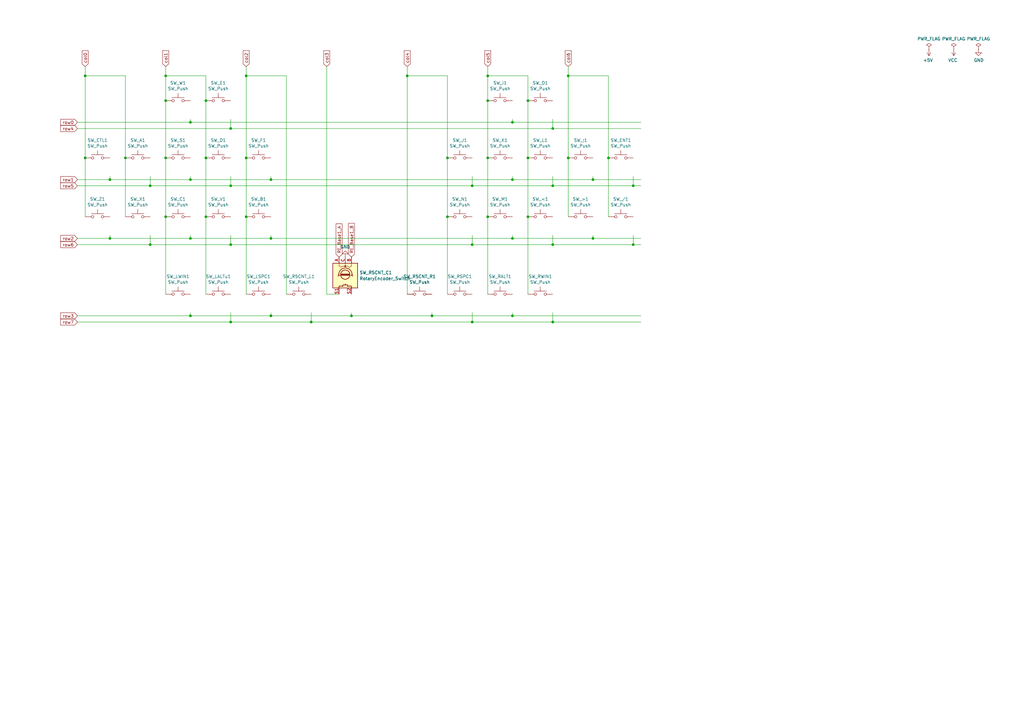
<source format=kicad_sch>
(kicad_sch (version 20231120) (generator "eeschema") (generator_version "8.0")
  (paper "A3")
  (title_block (title "Sandy") (date "2023-01-04") (rev "v.0") (company "@jpskenn"))
  (lib_symbols
    (symbol "Device:RotaryEncoder_Switch" (pin_names (offset 0.254) hide)
      (property "Reference" "SW" (at 0 6.604 0))
      (property "Value" "RotaryEncoder_Switch" (at 0 -6.604 0))
      (symbol "RotaryEncoder_Switch_0_1"
        (rectangle (start -5.08 5.08) (end 5.08 -5.08) (stroke (width 0.254)) (fill (type background)))
        (circle (center -3.81 0) (radius 0.254) (fill (type outline)))
        (circle (center -0.381 0) (radius 1.905) (stroke (width 0.254)))
        (arc (start -0.381 2.667) (mid -3.0988 -0.0635) (end -0.381 -2.794) (stroke (width 0.254)))
        (polyline (pts (xy -0.635 -1.778) (xy -0.635 1.778)) (stroke (width 0.254)))
        (polyline (pts (xy -0.381 -1.778) (xy -0.381 1.778)) (stroke (width 0.254)))
        (polyline (pts (xy -0.127 1.778) (xy -0.127 -1.778)) (stroke (width 0.254)))
        (polyline (pts (xy 3.81 0) (xy 3.429 0)) (stroke (width 0.254)))
        (polyline (pts (xy 3.81 1.016) (xy 3.81 -1.016)) (stroke (width 0.254)))
        (polyline (pts (xy -5.08 -2.54) (xy -3.81 -2.54) (xy -3.81 -2.032)))
        (polyline (pts (xy -5.08 2.54) (xy -3.81 2.54) (xy -3.81 2.032)))
        (polyline (pts (xy 0.254 -3.048) (xy -0.508 -2.794) (xy 0.127 -2.413)) (stroke (width 0.254)))
        (polyline (pts (xy 0.254 2.921) (xy -0.508 2.667) (xy 0.127 2.286)) (stroke (width 0.254)))
        (polyline (pts (xy 5.08 -2.54) (xy 4.318 -2.54) (xy 4.318 -1.016)) (stroke (width 0.254)))
        (polyline (pts (xy 5.08 2.54) (xy 4.318 2.54) (xy 4.318 1.016)) (stroke (width 0.254)))
        (polyline (pts (xy -5.08 0) (xy -3.81 0) (xy -3.81 -1.016) (xy -3.302 -2.032)))
        (polyline (pts (xy -4.318 0) (xy -3.81 0) (xy -3.81 1.016) (xy -3.302 2.032)))
        (circle (center 4.318 -1.016) (radius 0.127) (stroke (width 0.254)))
        (circle (center 4.318 1.016) (radius 0.127) (stroke (width 0.254)))
      )
      (symbol "RotaryEncoder_Switch_1_1"
        (pin passive line (at -7.62 2.54 0) (length 2.54) (name "A") (number "A"))
        (pin passive line (at -7.62 -2.54 0) (length 2.54) (name "B") (number "B"))
        (pin passive line (at -7.62 0 0) (length 2.54) (name "C") (number "C"))
        (pin passive line (at 7.62 2.54 180) (length 2.54) (name "S1") (number "S1"))
        (pin passive line (at 7.62 -2.54 180) (length 2.54) (name "S2") (number "S2"))
      )
    )
    (symbol "GND_4" (power) (pin_numbers hide) (pin_names (offset 0) hide)
      (property "Value" "GND" (at 0 -3.81 0))
      (symbol "GND_4_0_1"
        (polyline (pts (xy 0 0) (xy 0 -1.27) (xy 1.27 -1.27) (xy 0 -2.54) (xy -1.27 -1.27) (xy 0 -1.27)))
      )
      (symbol "GND_4_1_1"
        (pin power_in line (at 0 0 270) (length 0) (name "~") (number "1"))
      )
    )
    (symbol "Switch:SW_Push" (pin_numbers hide) (pin_names (offset 1.016) hide)
      (property "Reference" "SW" (at 1.27 2.54 0))
      (property "Value" "SW_Push" (at 0 -1.524 0))
      (symbol "SW_Push_0_1"
        (circle (center -2.032 0) (radius 0.508))
        (polyline (pts (xy 0 1.27) (xy 0 3.048)))
        (polyline (pts (xy 2.54 1.27) (xy -2.54 1.27)))
        (circle (center 2.032 0) (radius 0.508))
        (pin passive line (at -5.08 0 0) (length 2.54) (name "1") (number "1"))
        (pin passive line (at 5.08 0 180) (length 2.54) (name "2") (number "2"))
      )
    )
    (symbol "power:+5V" (power) (pin_names (offset 0))
      (property "Value" "+5V" (at 0 3.556 0))
      (symbol "+5V_0_1"
        (polyline (pts (xy -0.762 1.27) (xy 0 2.54)))
        (polyline (pts (xy 0 0) (xy 0 2.54)))
        (polyline (pts (xy 0 2.54) (xy 0.762 1.27)))
      )
      (symbol "+5V_1_1"
        (pin power_in line (at 0 0 90) (length 0) hide (name "+5V") (number "1"))
      )
    )
    (symbol "power:GND" (power) (pin_names (offset 0))
      (property "Value" "GND" (at 0 -3.81 0))
      (symbol "GND_0_1"
        (polyline (pts (xy 0 0) (xy 0 -1.27) (xy 1.27 -1.27) (xy 0 -2.54) (xy -1.27 -1.27) (xy 0 -1.27)))
      )
      (symbol "GND_1_1"
        (pin power_in line (at 0 0 270) (length 0) hide (name "GND") (number "1"))
      )
    )
    (symbol "power:PWR_FLAG" (power) (pin_numbers hide) (pin_names (offset 0) hide)
      (property "Value" "PWR_FLAG" (at 0 3.81 0))
      (symbol "PWR_FLAG_0_0"
        (pin power_out line (at 0 0 90) (length 0) (name "pwr") (number "1"))
      )
      (symbol "PWR_FLAG_0_1"
        (polyline (pts (xy 0 0) (xy 0 1.27) (xy -1.016 1.905) (xy 0 2.54) (xy 1.016 1.905) (xy 0 1.27)))
      )
    )
    (symbol "power:VCC" (power) (pin_names (offset 0))
      (property "Value" "VCC" (at 0 3.81 0))
      (symbol "VCC_0_1"
        (polyline (pts (xy -0.762 1.27) (xy 0 2.54)))
        (polyline (pts (xy 0 0) (xy 0 2.54)))
        (polyline (pts (xy 0 2.54) (xy 0.762 1.27)))
      )
      (symbol "VCC_1_1"
        (pin power_in line (at 0 0 90) (length 0) hide (name "VCC") (number "1"))
      )
    )
  )
  (bus_alias "def-a" (members "row0" "row5" "col0" "col1"))
  (junction (at 243.205 73.66))
  (junction (at 249.555 64.77))
  (junction (at 200.025 31.115))
  (junction (at 100.965 88.9))
  (junction (at 51.435 64.77))
  (junction (at 94.615 132.08))
  (junction (at 210.185 50.165))
  (junction (at 67.945 41.275))
  (junction (at 183.515 64.77))
  (junction (at 78.105 50.165))
  (junction (at 210.185 73.66))
  (junction (at 226.695 76.2))
  (junction (at 111.125 129.54))
  (junction (at 167.005 31.115))
  (junction (at 111.125 73.66))
  (junction (at 193.675 100.33))
  (junction (at 200.025 64.77))
  (junction (at 45.085 97.79))
  (junction (at 233.045 64.77))
  (junction (at 226.695 132.08))
  (junction (at 61.595 100.33))
  (junction (at 259.715 76.2))
  (junction (at 193.675 76.2))
  (junction (at 84.455 88.9))
  (junction (at 216.535 64.77))
  (junction (at 259.715 100.33))
  (junction (at 111.125 97.79))
  (junction (at 94.615 100.33))
  (junction (at 67.945 88.9))
  (junction (at 226.695 100.33))
  (junction (at 127.635 132.08))
  (junction (at 216.535 41.275))
  (junction (at 84.455 64.77))
  (junction (at 210.185 97.79))
  (junction (at 210.185 129.54))
  (junction (at 34.925 31.115))
  (junction (at 183.515 88.9))
  (junction (at 144.145 129.54))
  (junction (at 84.455 41.275))
  (junction (at 67.945 64.77))
  (junction (at 233.045 31.115))
  (junction (at 226.695 52.705))
  (junction (at 193.675 132.08))
  (junction (at 216.535 88.9))
  (junction (at 177.165 129.54))
  (junction (at 78.105 97.79))
  (junction (at 61.595 76.2))
  (junction (at 67.945 31.115))
  (junction (at 94.615 52.705))
  (junction (at 78.105 129.54))
  (junction (at 100.965 64.77))
  (junction (at 100.965 31.115))
  (junction (at 34.925 64.77))
  (junction (at 78.105 73.66))
  (junction (at 45.085 73.66))
  (junction (at 94.615 76.2))
  (junction (at 243.205 97.79))
  (junction (at 200.025 88.9))
  (junction (at 200.025 41.275))
  (wire (pts (xy 183.515 31.115) (xy 183.515 64.77)))
  (wire (pts (xy 233.045 27.305) (xy 233.045 31.115)))
  (wire (pts (xy 84.455 31.115) (xy 67.945 31.115)))
  (wire (pts (xy 111.125 73.66) (xy 210.185 73.66)))
  (wire (pts (xy 233.045 64.77) (xy 233.045 88.9)))
  (wire (pts (xy 210.185 73.66) (xy 243.205 73.66)))
  (wire (pts (xy 226.695 52.705) (xy 262.89 52.705)))
  (wire (pts (xy 45.085 72.39) (xy 45.085 73.66)))
  (wire (pts (xy 111.125 72.39) (xy 111.125 73.66)))
  (wire (pts (xy 61.595 96.52) (xy 61.595 100.33)))
  (wire (pts (xy 67.945 31.115) (xy 67.945 41.275)))
  (wire (pts (xy 226.695 100.33) (xy 259.715 100.33)))
  (wire (pts (xy 249.555 31.115) (xy 233.045 31.115)))
  (wire (pts (xy 111.125 96.52) (xy 111.125 97.79)))
  (wire (pts (xy 167.005 31.115) (xy 167.005 120.65)))
  (wire (pts (xy 84.455 64.77) (xy 84.455 88.9)))
  (wire (pts (xy 249.555 64.77) (xy 249.555 88.9)))
  (wire (pts (xy 133.985 120.65) (xy 139.065 120.65)))
  (wire (pts (xy 31.75 76.2) (xy 61.595 76.2)))
  (wire (pts (xy 84.455 88.9) (xy 84.455 120.65)))
  (wire (pts (xy 193.675 72.39) (xy 193.675 76.2)))
  (wire (pts (xy 31.75 100.33) (xy 61.595 100.33)))
  (wire (pts (xy 31.75 52.705) (xy 94.615 52.705)))
  (wire (pts (xy 94.615 76.2) (xy 193.675 76.2)))
  (wire (pts (xy 94.615 128.27) (xy 94.615 132.08)))
  (wire (pts (xy 51.435 64.77) (xy 51.435 88.9)))
  (wire (pts (xy 31.75 97.79) (xy 45.085 97.79)))
  (wire (pts (xy 94.615 72.39) (xy 94.615 76.2)))
  (wire (pts (xy 31.75 50.165) (xy 78.105 50.165)))
  (wire (pts (xy 100.965 27.305) (xy 100.965 31.115)))
  (wire (pts (xy 45.085 96.52) (xy 45.085 97.79)))
  (wire (pts (xy 243.205 73.66) (xy 262.89 73.66)))
  (wire (pts (xy 133.985 27.305) (xy 133.985 120.65)))
  (wire (pts (xy 61.595 76.2) (xy 94.615 76.2)))
  (wire (pts (xy 94.615 132.08) (xy 127.635 132.08)))
  (wire (pts (xy 200.025 41.275) (xy 200.025 64.77)))
  (wire (pts (xy 94.615 48.895) (xy 94.615 52.705)))
  (wire (pts (xy 78.105 129.54) (xy 111.125 129.54)))
  (wire (pts (xy 226.695 72.39) (xy 226.695 76.2)))
  (wire (pts (xy 193.675 132.08) (xy 193.675 128.27)))
  (wire (pts (xy 78.105 50.165) (xy 210.185 50.165)))
  (wire (pts (xy 243.205 72.39) (xy 243.205 73.66)))
  (wire (pts (xy 226.695 132.08) (xy 262.89 132.08)))
  (wire (pts (xy 67.945 41.275) (xy 67.945 64.77)))
  (wire (pts (xy 183.515 88.9) (xy 183.515 120.65)))
  (wire (pts (xy 249.555 31.115) (xy 249.555 64.77)))
  (wire (pts (xy 193.675 76.2) (xy 226.695 76.2)))
  (wire (pts (xy 100.965 64.77) (xy 100.965 88.9)))
  (wire (pts (xy 45.085 97.79) (xy 78.105 97.79)))
  (wire (pts (xy 78.105 96.52) (xy 78.105 97.79)))
  (wire (pts (xy 200.025 31.115) (xy 200.025 41.275)))
  (wire (pts (xy 216.535 88.9) (xy 216.535 120.65)))
  (wire (pts (xy 127.635 132.08) (xy 193.675 132.08)))
  (wire (pts (xy 94.615 96.52) (xy 94.615 100.33)))
  (wire (pts (xy 243.205 97.79) (xy 262.89 97.79)))
  (wire (pts (xy 262.89 100.33) (xy 259.715 100.33)))
  (wire (pts (xy 111.125 97.79) (xy 210.185 97.79)))
  (wire (pts (xy 183.515 64.77) (xy 183.515 88.9)))
  (wire (pts (xy 259.715 96.52) (xy 259.715 100.33)))
  (wire (pts (xy 34.925 27.305) (xy 34.925 31.115)))
  (wire (pts (xy 117.475 31.115) (xy 117.475 120.65)))
  (wire (pts (xy 259.715 72.39) (xy 259.715 76.2)))
  (wire (pts (xy 111.125 129.54) (xy 144.145 129.54)))
  (wire (pts (xy 31.75 129.54) (xy 78.105 129.54)))
  (wire (pts (xy 61.595 100.33) (xy 94.615 100.33)))
  (wire (pts (xy 45.085 73.66) (xy 78.105 73.66)))
  (wire (pts (xy 127.635 128.27) (xy 127.635 132.08)))
  (wire (pts (xy 78.105 72.39) (xy 78.105 73.66)))
  (wire (pts (xy 167.005 27.305) (xy 167.005 31.115)))
  (wire (pts (xy 226.695 48.895) (xy 226.695 52.705)))
  (wire (pts (xy 193.675 100.33) (xy 226.695 100.33)))
  (wire (pts (xy 144.145 128.27) (xy 144.145 129.54)))
  (wire (pts (xy 117.475 31.115) (xy 100.965 31.115)))
  (wire (pts (xy 31.75 132.08) (xy 94.615 132.08)))
  (wire (pts (xy 200.025 27.305) (xy 200.025 31.115)))
  (wire (pts (xy 210.185 128.27) (xy 210.185 129.54)))
  (wire (pts (xy 226.695 76.2) (xy 259.715 76.2)))
  (wire (pts (xy 94.615 52.705) (xy 226.695 52.705)))
  (wire (pts (xy 78.105 97.79) (xy 111.125 97.79)))
  (wire (pts (xy 210.185 48.895) (xy 210.185 50.165)))
  (wire (pts (xy 193.675 132.08) (xy 226.695 132.08)))
  (wire (pts (xy 210.185 96.52) (xy 210.185 97.79)))
  (wire (pts (xy 233.045 31.115) (xy 233.045 64.77)))
  (wire (pts (xy 183.515 31.115) (xy 167.005 31.115)))
  (wire (pts (xy 210.185 97.79) (xy 243.205 97.79)))
  (wire (pts (xy 216.535 31.115) (xy 216.535 41.275)))
  (wire (pts (xy 34.925 64.77) (xy 34.925 88.9)))
  (wire (pts (xy 226.695 128.27) (xy 226.695 132.08)))
  (wire (pts (xy 78.105 73.66) (xy 111.125 73.66)))
  (wire (pts (xy 144.145 129.54) (xy 177.165 129.54)))
  (wire (pts (xy 78.105 128.27) (xy 78.105 129.54)))
  (wire (pts (xy 78.105 48.895) (xy 78.105 50.165)))
  (wire (pts (xy 177.165 128.27) (xy 177.165 129.54)))
  (wire (pts (xy 100.965 31.115) (xy 100.965 64.77)))
  (wire (pts (xy 67.945 27.305) (xy 67.945 31.115)))
  (wire (pts (xy 67.945 64.77) (xy 67.945 88.9)))
  (wire (pts (xy 34.925 31.115) (xy 34.925 64.77)))
  (wire (pts (xy 177.165 129.54) (xy 210.185 129.54)))
  (wire (pts (xy 200.025 64.77) (xy 200.025 88.9)))
  (wire (pts (xy 34.925 31.115) (xy 51.435 31.115)))
  (wire (pts (xy 216.535 31.115) (xy 200.025 31.115)))
  (wire (pts (xy 210.185 72.39) (xy 210.185 73.66)))
  (wire (pts (xy 67.945 88.9) (xy 67.945 120.65)))
  (wire (pts (xy 84.455 41.275) (xy 84.455 64.77)))
  (wire (pts (xy 259.715 76.2) (xy 262.89 76.2)))
  (wire (pts (xy 31.75 73.66) (xy 45.085 73.66)))
  (wire (pts (xy 100.965 88.9) (xy 100.965 120.65)))
  (wire (pts (xy 210.185 129.54) (xy 262.89 129.54)))
  (wire (pts (xy 61.595 72.39) (xy 61.595 76.2)))
  (wire (pts (xy 94.615 100.33) (xy 193.675 100.33)))
  (wire (pts (xy 200.025 88.9) (xy 200.025 120.65)))
  (wire (pts (xy 216.535 41.275) (xy 216.535 64.77)))
  (wire (pts (xy 51.435 31.115) (xy 51.435 64.77)))
  (wire (pts (xy 243.205 96.52) (xy 243.205 97.79)))
  (wire (pts (xy 210.185 50.165) (xy 262.89 50.165)))
  (wire (pts (xy 216.535 64.77) (xy 216.535 88.9)))
  (wire (pts (xy 111.125 128.27) (xy 111.125 129.54)))
  (wire (pts (xy 193.675 96.52) (xy 193.675 100.33)))
  (wire (pts (xy 226.695 96.52) (xy 226.695 100.33)))
  (wire (pts (xy 84.455 31.115) (xy 84.455 41.275)))
  (global_label "row3" (shape input) (at 31.75 129.54 180) (property "Intersheetrefs" "${INTERSHEET_REFS}" (effects (hide yes))) (property "シート間のリファレンス" "${INTERSHEET_REFS}" (effects (hide yes))))
  (global_label "col1" (shape input) (at 67.945 27.305 90) (property "Intersheetrefs" "${INTERSHEET_REFS}" (effects (hide yes))) (property "シート間のリファレンス" "${INTERSHEET_REFS}" (effects (hide yes))))
  (global_label "RE_Base1_B" (shape input) (at 144.145 105.41 90) (property "Intersheetrefs" "${INTERSHEET_REFS}" (effects (hide yes))) (property "シート間のリファレンス" "${INTERSHEET_REFS}" (effects (hide yes))))
  (global_label "col5" (shape input) (at 200.025 27.305 90) (property "Intersheetrefs" "${INTERSHEET_REFS}" (effects (hide yes))) (property "シート間のリファレンス" "${INTERSHEET_REFS}" (effects (hide yes))))
  (global_label "row1" (shape input) (at 31.75 73.66 180) (property "Intersheetrefs" "${INTERSHEET_REFS}" (effects (hide yes))) (property "シート間のリファレンス" "${INTERSHEET_REFS}" (effects (hide yes))))
  (global_label "col4" (shape input) (at 167.005 27.305 90) (property "Intersheetrefs" "${INTERSHEET_REFS}" (effects (hide yes))) (property "シート間のリファレンス" "${INTERSHEET_REFS}" (effects (hide yes))))
  (global_label "col2" (shape input) (at 100.965 27.305 90) (property "Intersheetrefs" "${INTERSHEET_REFS}" (effects (hide yes))) (property "シート間のリファレンス" "${INTERSHEET_REFS}" (effects (hide yes))))
  (global_label "row2" (shape input) (at 31.75 97.79 180) (property "Intersheetrefs" "${INTERSHEET_REFS}" (effects (hide yes))) (property "シート間のリファレンス" "${INTERSHEET_REFS}" (effects (hide yes))))
  (global_label "row6" (shape input) (at 31.75 100.33 180) (property "Intersheetrefs" "${INTERSHEET_REFS}" (effects (hide yes))) (property "シート間のリファレンス" "${INTERSHEET_REFS}" (effects (hide yes))))
  (global_label "RE_Base1_A" (shape input) (at 139.065 105.41 90) (property "Intersheetrefs" "${INTERSHEET_REFS}" (effects (hide yes))) (property "シート間のリファレンス" "${INTERSHEET_REFS}" (effects (hide yes))))
  (global_label "row0" (shape input) (at 31.75 50.165 180) (property "Intersheetrefs" "${INTERSHEET_REFS}" (effects (hide yes))) (property "シート間のリファレンス" "${INTERSHEET_REFS}" (effects (hide yes))))
  (global_label "row7" (shape input) (at 31.75 132.08 180) (property "Intersheetrefs" "${INTERSHEET_REFS}" (effects (hide yes))) (property "シート間のリファレンス" "${INTERSHEET_REFS}" (effects (hide yes))))
  (global_label "col0" (shape input) (at 34.925 27.305 90) (property "Intersheetrefs" "${INTERSHEET_REFS}" (effects (hide yes))) (property "シート間のリファレンス" "${INTERSHEET_REFS}" (effects (hide yes))))
  (global_label "row5" (shape input) (at 31.75 76.2 180) (property "Intersheetrefs" "${INTERSHEET_REFS}" (effects (hide yes))) (property "シート間のリファレンス" "${INTERSHEET_REFS}" (effects (hide yes))))
  (global_label "col3" (shape input) (at 133.985 27.305 90) (property "Intersheetrefs" "${INTERSHEET_REFS}" (effects (hide yes))) (property "シート間のリファレンス" "${INTERSHEET_REFS}" (effects (hide yes))))
  (global_label "col6" (shape input) (at 233.045 27.305 90) (property "Intersheetrefs" "${INTERSHEET_REFS}" (effects (hide yes))) (property "シート間のリファレンス" "${INTERSHEET_REFS}" (effects (hide yes))))
  (global_label "row4" (shape input) (at 31.75 52.705 180) (property "Intersheetrefs" "${INTERSHEET_REFS}" (effects (hide yes))) (property "シート間のリファレンス" "${INTERSHEET_REFS}" (effects (hide yes))))
  (symbol (lib_id "power:PWR_FLAG") (at 381 20.32 0) (unit 1)
    (property "Reference" "#FLG02" (effects (hide yes)))
    (property "Value" "PWR_FLAG" (at 381 15.9258 0))
  )
  (symbol (lib_id "power:+5V") (at 381 20.32 180) (unit 1)
    (property "Reference" "#PWR018" (effects (hide yes)))
    (property "Value" "+5V" (at 380.619 24.7142 0))
  )
  (symbol (lib_id "power:PWR_FLAG") (at 401.32 20.32 0) (unit 1)
    (property "Reference" "#FLG03" (effects (hide yes)))
    (property "Value" "PWR_FLAG" (at 401.32 15.9258 0))
  )
  (symbol (lib_id "power:GND") (at 401.32 20.32 0) (unit 1)
    (property "Reference" "#PWR019" (effects (hide yes)))
    (property "Value" "GND" (at 401.447 24.7142 0))
  )
  (symbol (lib_id "power:VCC") (at 391.16 20.32 180) (unit 1)
    (property "Reference" "#PWR016" (effects (hide yes)))
    (property "Value" "VCC" (at 390.779 24.7142 0))
  )
  (symbol (lib_id "power:PWR_FLAG") (at 391.16 20.32 0) (unit 1)
    (property "Reference" "#FLG01" (effects (hide yes)))
    (property "Value" "PWR_FLAG" (at 391.16 15.9258 0))
  )
  (symbol (lib_id "Switch:SW_Push") (at 106.045 120.65 0) (unit 1)
    (property "Reference" "SW_LSPC1" (at 106.045 113.411 0))
    (property "Value" "SW_Push" (at 106.045 115.7224 0))
    (property "Footprint" "locallib:MX-Switch-Hole-with-narrow-frame" (effects (hide yes)))
  )
  (symbol (lib_id "Switch:SW_Push") (at 89.535 64.77 0) (unit 1)
    (property "Reference" "SW_D1" (at 89.535 57.531 0))
    (property "Value" "SW_Push" (at 89.535 59.8424 0))
    (property "Footprint" "locallib:MX-Switch-Hole-with-narrow-frame" (effects (hide yes)))
  )
  (symbol (lib_id "Switch:SW_Push") (at 188.595 88.9 0) (unit 1)
    (property "Reference" "SW_N1" (at 188.595 81.661 0))
    (property "Value" "SW_Push" (at 188.595 83.9724 0))
    (property "Footprint" "locallib:MX-Switch-Hole-with-narrow-frame" (effects (hide yes)))
  )
  (symbol (lib_id "Switch:SW_Push") (at 205.105 88.9 0) (unit 1)
    (property "Reference" "SW_M1" (at 205.105 81.661 0))
    (property "Value" "SW_Push" (at 205.105 83.9724 0))
    (property "Footprint" "locallib:MX-Switch-Hole-with-narrow-frame" (effects (hide yes)))
  )
  (symbol (lib_id "Switch:SW_Push") (at 56.515 64.77 0) (unit 1)
    (property "Reference" "SW_A1" (at 56.515 57.531 0))
    (property "Value" "SW_Push" (at 56.515 59.8424 0))
    (property "Footprint" "locallib:MX-Switch-Hole-with-narrow-frame" (effects (hide yes)))
  )
  (symbol (lib_id "Switch:SW_Push") (at 106.045 64.77 0) (unit 1)
    (property "Reference" "SW_F1" (at 106.045 57.531 0))
    (property "Value" "SW_Push" (at 106.045 59.8424 0))
    (property "Footprint" "locallib:MX-Switch-Hole-with-narrow-frame" (effects (hide yes)))
  )
  (symbol (lib_id "Switch:SW_Push") (at 89.535 88.9 0) (unit 1)
    (property "Reference" "SW_V1" (at 89.535 81.661 0))
    (property "Value" "SW_Push" (at 89.535 83.9724 0))
    (property "Footprint" "locallib:MX-Switch-Hole-with-narrow-frame" (effects (hide yes)))
  )
  (symbol (lib_id "Switch:SW_Push") (at 40.005 88.9 0) (unit 1)
    (property "Reference" "SW_Z1" (at 40.005 81.661 0))
    (property "Value" "SW_Push" (at 40.005 83.9724 0))
    (property "Footprint" "locallib:MX-Switch-Hole-with-narrow-frame" (effects (hide yes)))
  )
  (symbol (lib_id "Switch:SW_Push") (at 188.595 64.77 0) (unit 1)
    (property "Reference" "SW_J1" (at 188.595 57.531 0))
    (property "Value" "SW_Push" (at 188.595 59.8424 0))
    (property "Footprint" "locallib:MX-Switch-Hole-with-narrow-frame" (effects (hide yes)))
  )
  (symbol (lib_id "Switch:SW_Push") (at 188.595 120.65 0) (unit 1)
    (property "Reference" "SW_RSPC1" (at 188.595 113.411 0))
    (property "Value" "SW_Push" (at 188.595 115.7224 0))
    (property "Footprint" "locallib:MX-Switch-Hole-with-narrow-frame" (effects (hide yes)))
  )
  (symbol (lib_id "Switch:SW_Push") (at 40.005 64.77 0) (unit 1)
    (property "Reference" "SW_CTL1" (at 40.005 57.531 0))
    (property "Value" "SW_Push" (at 40.005 59.8424 0))
    (property "Footprint" "locallib:MX-Switch-Hole-with-narrow-frame" (effects (hide yes)))
  )
  (symbol (lib_id "Switch:SW_Push") (at 221.615 88.9 0) (unit 1)
    (property "Reference" "SW_<1" (at 221.615 81.661 0))
    (property "Value" "SW_Push" (at 221.615 83.9724 0))
    (property "Footprint" "locallib:MX-Switch-Hole-with-narrow-frame" (effects (hide yes)))
  )
  (symbol (lib_id "Switch:SW_Push") (at 73.025 88.9 0) (unit 1)
    (property "Reference" "SW_C1" (at 73.025 81.661 0))
    (property "Value" "SW_Push" (at 73.025 83.9724 0))
    (property "Footprint" "locallib:MX-Switch-Hole-with-narrow-frame" (effects (hide yes)))
  )
  (symbol (lib_id "Switch:SW_Push") (at 205.105 120.65 0) (unit 1)
    (property "Reference" "SW_RALT1" (at 205.105 113.411 0))
    (property "Value" "SW_Push" (at 205.105 115.7224 0))
    (property "Footprint" "locallib:MX-Switch-Hole-with-narrow-frame" (effects (hide yes)))
  )
  (symbol (lib_id "Switch:SW_Push") (at 221.615 64.77 0) (unit 1)
    (property "Reference" "SW_L1" (at 221.615 57.531 0))
    (property "Value" "SW_Push" (at 221.615 59.8424 0))
    (property "Footprint" "locallib:MX-Switch-Hole-with-narrow-frame" (effects (hide yes)))
  )
  (symbol (lib_id "Switch:SW_Push") (at 238.125 88.9 0) (unit 1)
    (property "Reference" "SW_>1" (at 238.125 81.661 0))
    (property "Value" "SW_Push" (at 238.125 83.9724 0))
    (property "Footprint" "locallib:MX-Switch-Hole-with-narrow-frame" (effects (hide yes)))
  )
  (symbol (lib_id "Switch:SW_Push") (at 238.125 64.77 0) (unit 1)
    (property "Reference" "SW_;1" (at 238.125 57.531 0))
    (property "Value" "SW_Push" (at 238.125 59.8424 0))
    (property "Footprint" "locallib:MX-Switch-Hole-with-narrow-frame" (effects (hide yes)))
  )
  (symbol (lib_id "Switch:SW_Push") (at 73.025 120.65 0) (unit 1)
    (property "Reference" "SW_LWIN1" (at 73.025 113.411 0))
    (property "Value" "SW_Push" (at 73.025 115.7224 0))
    (property "Footprint" "locallib:MX-Switch-Hole-with-narrow-frame" (effects (hide yes)))
  )
  (symbol (lib_id "Switch:SW_Push") (at 106.045 88.9 0) (unit 1)
    (property "Reference" "SW_B1" (at 106.045 81.661 0))
    (property "Value" "SW_Push" (at 106.045 83.9724 0))
    (property "Footprint" "locallib:MX-Switch-Hole-with-narrow-frame" (effects (hide yes)))
  )
  (symbol (lib_id "Switch:SW_Push") (at 172.085 120.65 0) (unit 1)
    (property "Reference" "SW_R5CNT_R1" (at 172.085 113.411 0))
    (property "Value" "SW_Push" (at 172.085 115.7224 0))
    (property "Footprint" "locallib:MX-Switch-Hole-with-narrow-frame" (effects (hide yes)))
  )
  (symbol (lib_name "GND_4") (lib_id "power:GND") (at 141.605 105.41 180) (unit 1)
    (property "Reference" "#PWR01" (effects (hide yes)))
    (property "Value" "GND" (at 141.605 101.2769 0))
    (property "Description" "Power symbol creates a global label with name \"GND\" , ground" (effects (hide yes)))
  )
  (symbol (lib_id "Switch:SW_Push") (at 89.535 41.275 0) (unit 1)
    (property "Reference" "SW_E1" (at 89.535 34.036 0))
    (property "Value" "SW_Push" (at 89.535 36.3474 0))
    (property "Footprint" "locallib:MX-Switch-Hole-with-narrow-frame" (effects (hide yes)))
  )
  (symbol (lib_id "Switch:SW_Push") (at 221.615 120.65 0) (unit 1)
    (property "Reference" "SW_RWIN1" (at 221.615 113.411 0))
    (property "Value" "SW_Push" (at 221.615 115.7224 0))
    (property "Footprint" "locallib:MX-Switch-Hole-with-narrow-frame" (effects (hide yes)))
  )
  (symbol (lib_id "Switch:SW_Push") (at 122.555 120.65 0) (unit 1)
    (property "Reference" "SW_R5CNT_L1" (at 122.555 113.411 0))
    (property "Value" "SW_Push" (at 122.555 115.7224 0))
    (property "Footprint" "locallib:MX-Switch-Hole-with-narrow-frame" (effects (hide yes)))
  )
  (symbol (lib_id "Switch:SW_Push") (at 221.615 41.275 0) (unit 1)
    (property "Reference" "SW_O1" (at 221.615 34.036 0))
    (property "Value" "SW_Push" (at 221.615 36.3474 0))
    (property "Footprint" "locallib:MX-Switch-Hole-with-narrow-frame" (effects (hide yes)))
  )
  (symbol (lib_id "Switch:SW_Push") (at 205.105 41.275 0) (unit 1)
    (property "Reference" "SW_I1" (at 205.105 34.036 0))
    (property "Value" "SW_Push" (at 205.105 36.3474 0))
    (property "Footprint" "locallib:MX-Switch-Hole-with-narrow-frame" (effects (hide yes)))
  )
  (symbol (lib_id "Switch:SW_Push") (at 205.105 64.77 0) (unit 1)
    (property "Reference" "SW_K1" (at 205.105 57.531 0))
    (property "Value" "SW_Push" (at 205.105 59.8424 0))
    (property "Footprint" "locallib:MX-Switch-Hole-with-narrow-frame" (effects (hide yes)))
  )
  (symbol (lib_id "Switch:SW_Push") (at 89.535 120.65 0) (unit 1)
    (property "Reference" "SW_LALTu1" (at 89.535 113.411 0))
    (property "Value" "SW_Push" (at 89.535 115.7224 0))
    (property "Footprint" "locallib:MX-Switch-Hole-with-narrow-frame" (effects (hide yes)))
  )
  (symbol (lib_id "Switch:SW_Push") (at 56.515 88.9 0) (unit 1)
    (property "Reference" "SW_X1" (at 56.515 81.661 0))
    (property "Value" "SW_Push" (at 56.515 83.9724 0))
    (property "Footprint" "locallib:MX-Switch-Hole-with-narrow-frame" (effects (hide yes)))
  )
  (symbol (lib_id "Switch:SW_Push") (at 73.025 64.77 0) (unit 1)
    (property "Reference" "SW_S1" (at 73.025 57.531 0))
    (property "Value" "SW_Push" (at 73.025 59.8424 0))
    (property "Footprint" "locallib:MX-Switch-Hole-with-narrow-frame" (effects (hide yes)))
  )
  (symbol (lib_id "Switch:SW_Push") (at 254.635 64.77 0) (unit 1)
    (property "Reference" "SW_ENT1" (at 254.635 57.531 0))
    (property "Value" "SW_Push" (at 254.635 59.8424 0))
    (property "Footprint" "locallib:MX-Switch-Hole-with-narrow-frame" (effects (hide yes)))
  )
  (symbol (lib_id "Device:RotaryEncoder_Switch") (at 141.605 113.03 90) (mirror x) (unit 1)
    (property "Reference" "SW_R5CNT_C1" (at 147.447 111.8178 90) (effects (justify right)))
    (property "Value" "RotaryEncoder_Switch" (at 147.447 114.2421 90) (effects (justify right)))
    (property "Footprint" "locallib:MX-Switch-Hole-with-narrow-frame" (effects (hide yes)))
  )
  (symbol (lib_id "Switch:SW_Push") (at 254.635 88.9 0) (unit 1)
    (property "Reference" "SW_/1" (at 254.635 81.661 0))
    (property "Value" "SW_Push" (at 254.635 83.9724 0))
    (property "Footprint" "locallib:MX-Switch-Hole-with-narrow-frame" (effects (hide yes)))
  )
  (symbol (lib_id "Switch:SW_Push") (at 73.025 41.275 0) (unit 1)
    (property "Reference" "SW_W1" (at 73.025 34.036 0))
    (property "Value" "SW_Push" (at 73.025 36.3474 0))
    (property "Footprint" "locallib:MX-Switch-Hole-with-narrow-frame" (effects (hide yes)))
  )
)
</source>
